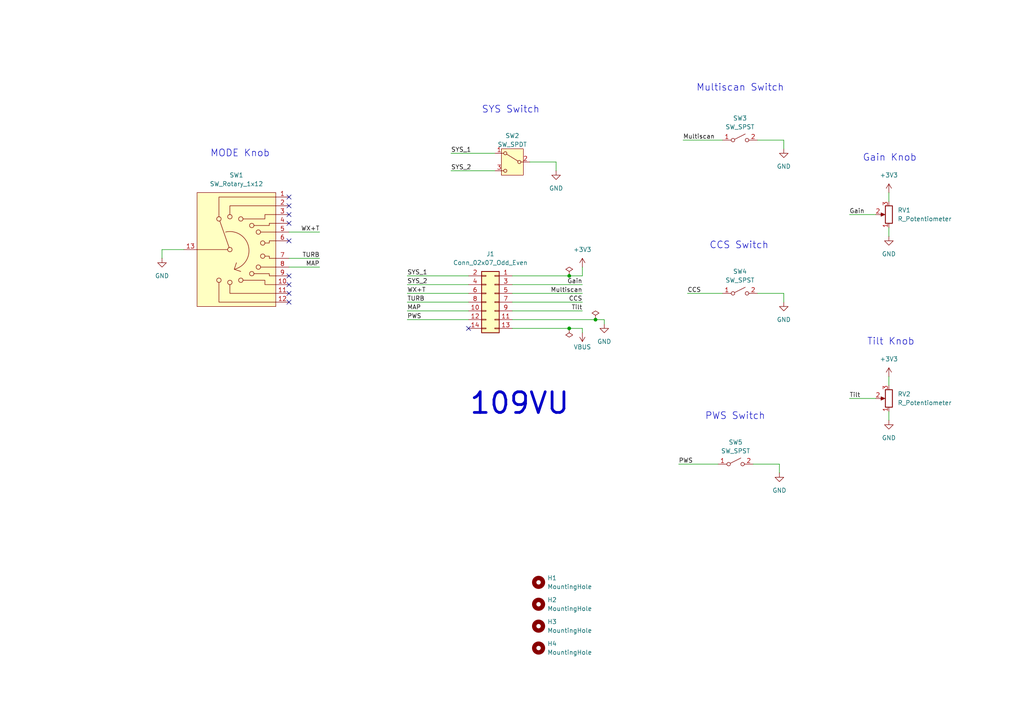
<source format=kicad_sch>
(kicad_sch (version 20231120) (generator "eeschema") (generator_version "8.0")
  (paper "A4")
  (title_block (title "109VU") (date "2024-01-18") (rev "0.2"))
  (lib_symbols
    (symbol "+3V3_1" (power) (pin_numbers hide) (pin_names (offset 0) hide)
      (property "Value" "+3V3" (at 0 3.556 0))
      (symbol "+3V3_1_0_1"
        (polyline (pts (xy -0.762 1.27) (xy 0 2.54)))
        (polyline (pts (xy 0 0) (xy 0 2.54)))
        (polyline (pts (xy 0 2.54) (xy 0.762 1.27)))
      )
      (symbol "+3V3_1_1_1"
        (pin power_in line (at 0 0 90) (length 0) (name "~") (number "1"))
      )
    )
    (symbol "Connector_Generic:Conn_02x07_Odd_Even" (pin_names (offset 1.016) hide)
      (property "Reference" "J" (at 1.27 10.16 0))
      (property "Value" "Conn_02x07_Odd_Even" (at 1.27 -10.16 0))
      (symbol "Conn_02x07_Odd_Even_1_1"
        (rectangle (start -1.27 -7.493) (end 0 -7.747) (stroke (width 0.1524)))
        (rectangle (start -1.27 -4.953) (end 0 -5.207) (stroke (width 0.1524)))
        (rectangle (start -1.27 -2.413) (end 0 -2.667) (stroke (width 0.1524)))
        (rectangle (start -1.27 0.127) (end 0 -0.127) (stroke (width 0.1524)))
        (rectangle (start -1.27 2.667) (end 0 2.413) (stroke (width 0.1524)))
        (rectangle (start -1.27 5.207) (end 0 4.953) (stroke (width 0.1524)))
        (rectangle (start -1.27 7.747) (end 0 7.493) (stroke (width 0.1524)))
        (rectangle (start -1.27 8.89) (end 3.81 -8.89) (stroke (width 0.254)) (fill (type background)))
        (rectangle (start 3.81 -7.493) (end 2.54 -7.747) (stroke (width 0.1524)))
        (rectangle (start 3.81 -4.953) (end 2.54 -5.207) (stroke (width 0.1524)))
        (rectangle (start 3.81 -2.413) (end 2.54 -2.667) (stroke (width 0.1524)))
        (rectangle (start 3.81 0.127) (end 2.54 -0.127) (stroke (width 0.1524)))
        (rectangle (start 3.81 2.667) (end 2.54 2.413) (stroke (width 0.1524)))
        (rectangle (start 3.81 5.207) (end 2.54 4.953) (stroke (width 0.1524)))
        (rectangle (start 3.81 7.747) (end 2.54 7.493) (stroke (width 0.1524)))
        (pin passive line (at -5.08 7.62 0) (length 3.81) (name "Pin_1") (number "1"))
        (pin passive line (at 7.62 -2.54 180) (length 3.81) (name "Pin_10") (number "10"))
        (pin passive line (at -5.08 -5.08 0) (length 3.81) (name "Pin_11") (number "11"))
        (pin passive line (at 7.62 -5.08 180) (length 3.81) (name "Pin_12") (number "12"))
        (pin passive line (at -5.08 -7.62 0) (length 3.81) (name "Pin_13") (number "13"))
        (pin passive line (at 7.62 -7.62 180) (length 3.81) (name "Pin_14") (number "14"))
        (pin passive line (at 7.62 7.62 180) (length 3.81) (name "Pin_2") (number "2"))
        (pin passive line (at -5.08 5.08 0) (length 3.81) (name "Pin_3") (number "3"))
        (pin passive line (at 7.62 5.08 180) (length 3.81) (name "Pin_4") (number "4"))
        (pin passive line (at -5.08 2.54 0) (length 3.81) (name "Pin_5") (number "5"))
        (pin passive line (at 7.62 2.54 180) (length 3.81) (name "Pin_6") (number "6"))
        (pin passive line (at -5.08 0 0) (length 3.81) (name "Pin_7") (number "7"))
        (pin passive line (at 7.62 0 180) (length 3.81) (name "Pin_8") (number "8"))
        (pin passive line (at -5.08 -2.54 0) (length 3.81) (name "Pin_9") (number "9"))
      )
    )
    (symbol "Device:R_Potentiometer" (pin_names (offset 1.016) hide)
      (property "Reference" "RV" (at -4.445 0 90))
      (property "Value" "R_Potentiometer" (at -2.54 0 90))
      (symbol "R_Potentiometer_0_1"
        (polyline (pts (xy 2.54 0) (xy 1.524 0)))
        (polyline (pts (xy 1.143 0) (xy 2.286 0.508) (xy 2.286 -0.508) (xy 1.143 0)) (fill (type outline)))
        (rectangle (start 1.016 2.54) (end -1.016 -2.54) (stroke (width 0.254)))
      )
      (symbol "R_Potentiometer_1_1"
        (pin passive line (at 0 3.81 270) (length 1.27) (name "1") (number "1"))
        (pin passive line (at 3.81 0 180) (length 1.27) (name "2") (number "2"))
        (pin passive line (at 0 -3.81 90) (length 1.27) (name "3") (number "3"))
      )
    )
    (symbol "GND_1" (power) (pin_numbers hide) (pin_names (offset 0) hide)
      (property "Value" "GND" (at 0 -3.81 0))
      (symbol "GND_1_0_1"
        (polyline (pts (xy 0 0) (xy 0 -1.27) (xy 1.27 -1.27) (xy 0 -2.54) (xy -1.27 -1.27) (xy 0 -1.27)))
      )
      (symbol "GND_1_1_1"
        (pin power_in line (at 0 0 270) (length 0) (name "~") (number "1"))
      )
    )
    (symbol "Mechanical:MountingHole" (pin_names (offset 1.016))
      (property "Reference" "H" (at 0 5.08 0))
      (property "Value" "MountingHole" (at 0 3.175 0))
      (symbol "MountingHole_0_1"
        (circle (center 0 0) (radius 1.27) (stroke (width 1.27)))
      )
    )
    (symbol "Switch:SW_Rotary_1x12" (pin_names (offset 1.016) hide)
      (property "Reference" "SW" (at 0 17.78 0))
      (property "Value" "SW_Rotary_1x12" (at 0 -17.78 0))
      (symbol "SW_Rotary_1x12_0_0"
        (circle (center -5.08 -8.89) (radius 0.635))
        (circle (center -5.08 8.89) (radius 0.635))
        (circle (center -1.905 -9.525) (radius 0.635))
        (circle (center -1.905 0) (radius 0.635))
        (circle (center -1.905 9.525) (radius 0.635))
        (arc (start -0.635 -5.715) (mid 3.4777 0.949) (end -3.175 5.08))
        (polyline (pts (xy -2.1336 0.6096) (xy -4.826 8.2804)))
        (polyline (pts (xy -0.635 -5.715) (xy 0 -3.81)))
        (polyline (pts (xy -0.635 -5.715) (xy 1.27 -6.35)))
        (polyline (pts (xy 6.985 -5.08) (xy 11.43 -5.08)))
        (polyline (pts (xy 6.985 5.08) (xy 11.43 5.08)))
        (polyline (pts (xy -5.08 -9.525) (xy -5.08 -15.24) (xy 11.43 -15.24)))
        (polyline (pts (xy -5.08 9.525) (xy -5.08 15.24) (xy 11.43 15.24)))
        (polyline (pts (xy -1.905 -10.16) (xy -1.905 -12.7) (xy 11.43 -12.7)))
        (polyline (pts (xy -1.905 10.16) (xy -1.905 12.7) (xy 11.43 12.7)))
        (polyline (pts (xy 1.905 -8.89) (xy 8.255 -8.89) (xy 8.255 -10.16) (xy 11.43 -10.16)))
        (polyline (pts (xy 1.905 8.89) (xy 8.255 8.89) (xy 8.255 10.16) (xy 11.43 10.16)))
        (polyline (pts (xy 5.08 -6.985) (xy 9.525 -6.985) (xy 9.525 -7.62) (xy 11.43 -7.62)))
        (polyline (pts (xy 5.08 6.985) (xy 9.525 6.985) (xy 9.525 7.62) (xy 11.43 7.62)))
        (polyline (pts (xy 8.255 -1.905) (xy 9.525 -1.905) (xy 9.525 -2.54) (xy 11.43 -2.54)))
        (polyline (pts (xy 8.255 1.905) (xy 9.525 1.905) (xy 9.525 2.54) (xy 11.43 2.54)))
        (circle (center 1.27 -8.89) (radius 0.635))
        (circle (center 1.27 8.89) (radius 0.635))
        (circle (center 4.445 -6.985) (radius 0.635))
        (circle (center 4.445 6.985) (radius 0.635))
        (circle (center 6.35 -5.08) (radius 0.635))
        (circle (center 6.35 5.08) (radius 0.635))
        (circle (center 7.62 -1.905) (radius 0.635))
        (circle (center 7.62 1.905) (radius 0.635))
      )
      (symbol "SW_Rotary_1x12_1_1"
        (rectangle (start -11.43 16.51) (end 11.43 -16.51) (fill (type background)))
        (polyline (pts (xy -11.43 0) (xy -2.54 0)))
        (pin passive line (at 15.24 15.24 180) (length 3.81) (name "1") (number "1"))
        (pin passive line (at 15.24 -10.16 180) (length 3.81) (name "10") (number "10"))
        (pin passive line (at 15.24 -12.7 180) (length 3.81) (name "11") (number "11"))
        (pin passive line (at 15.24 -15.24 180) (length 3.81) (name "12") (number "12"))
        (pin passive line (at -15.24 0 0) (length 3.81) (name "13") (number "13"))
        (pin passive line (at 15.24 12.7 180) (length 3.81) (name "2") (number "2"))
        (pin passive line (at 15.24 10.16 180) (length 3.81) (name "3") (number "3"))
        (pin passive line (at 15.24 7.62 180) (length 3.81) (name "4") (number "4"))
        (pin passive line (at 15.24 5.08 180) (length 3.81) (name "5") (number "5"))
        (pin passive line (at 15.24 2.54 180) (length 3.81) (name "6") (number "6"))
        (pin passive line (at 15.24 -2.54 180) (length 3.81) (name "7") (number "7"))
        (pin passive line (at 15.24 -5.08 180) (length 3.81) (name "8") (number "8"))
        (pin passive line (at 15.24 -7.62 180) (length 3.81) (name "9") (number "9"))
      )
    )
    (symbol "Switch:SW_SPDT" (pin_names (offset 0) hide)
      (property "Reference" "SW" (at 0 5.08 0))
      (property "Value" "SW_SPDT" (at 0 -5.08 0))
      (symbol "SW_SPDT_0_1"
        (circle (center -2.032 0) (radius 0.4572))
        (polyline (pts (xy -1.651 0.254) (xy 1.651 2.286)))
        (circle (center 2.032 -2.54) (radius 0.4572))
        (circle (center 2.032 2.54) (radius 0.4572))
      )
      (symbol "SW_SPDT_1_1"
        (rectangle (start -3.175 3.81) (end 3.175 -3.81) (fill (type background)))
        (pin passive line (at 5.08 2.54 180) (length 2.54) (name "A") (number "1"))
        (pin passive line (at -5.08 0 0) (length 2.54) (name "B") (number "2"))
        (pin passive line (at 5.08 -2.54 180) (length 2.54) (name "C") (number "3"))
      )
    )
    (symbol "Switch:SW_SPST" (pin_names (offset 0) hide)
      (property "Reference" "SW" (at 0 3.175 0))
      (property "Value" "SW_SPST" (at 0 -2.54 0))
      (symbol "SW_SPST_0_0"
        (circle (center -2.032 0) (radius 0.508))
        (polyline (pts (xy -1.524 0.254) (xy 1.524 1.778)))
        (circle (center 2.032 0) (radius 0.508))
      )
      (symbol "SW_SPST_1_1"
        (pin passive line (at -5.08 0 0) (length 2.54) (name "A") (number "1"))
        (pin passive line (at 5.08 0 180) (length 2.54) (name "B") (number "2"))
      )
    )
    (symbol "power:+3V3" (power) (pin_numbers hide) (pin_names (offset 0) hide)
      (property "Value" "+3V3" (at 0 3.556 0))
      (symbol "+3V3_0_1"
        (polyline (pts (xy -0.762 1.27) (xy 0 2.54)))
        (polyline (pts (xy 0 0) (xy 0 2.54)))
        (polyline (pts (xy 0 2.54) (xy 0.762 1.27)))
      )
      (symbol "+3V3_1_1"
        (pin power_in line (at 0 0 90) (length 0) (name "~") (number "1"))
      )
    )
    (symbol "power:GND" (power) (pin_numbers hide) (pin_names (offset 0) hide)
      (property "Value" "GND" (at 0 -3.81 0))
      (symbol "GND_0_1"
        (polyline (pts (xy 0 0) (xy 0 -1.27) (xy 1.27 -1.27) (xy 0 -2.54) (xy -1.27 -1.27) (xy 0 -1.27)))
      )
      (symbol "GND_1_1"
        (pin power_in line (at 0 0 270) (length 0) (name "~") (number "1"))
      )
    )
    (symbol "power:PWR_FLAG" (power) (pin_numbers hide) (pin_names (offset 0) hide)
      (property "Value" "PWR_FLAG" (at 0 3.81 0))
      (symbol "PWR_FLAG_0_0"
        (pin power_out line (at 0 0 90) (length 0) (name "~") (number "1"))
      )
      (symbol "PWR_FLAG_0_1"
        (polyline (pts (xy 0 0) (xy 0 1.27) (xy -1.016 1.905) (xy 0 2.54) (xy 1.016 1.905) (xy 0 1.27)))
      )
    )
    (symbol "power:VBUS" (power) (pin_numbers hide) (pin_names (offset 0) hide)
      (property "Value" "VBUS" (at 0 3.556 0))
      (symbol "VBUS_0_1"
        (polyline (pts (xy -0.762 1.27) (xy 0 2.54)))
        (polyline (pts (xy 0 0) (xy 0 2.54)))
        (polyline (pts (xy 0 2.54) (xy 0.762 1.27)))
      )
      (symbol "VBUS_1_1"
        (pin power_in line (at 0 0 90) (length 0) (name "~") (number "1"))
      )
    )
  )
  (junction (at 165.1 95.25))
  (junction (at 165.1 80.01))
  (junction (at 172.72 92.71))
  (no_connect (at 135.89 95.25))
  (no_connect (at 83.82 69.85))
  (no_connect (at 83.82 80.01))
  (no_connect (at 83.82 62.23))
  (no_connect (at 83.82 82.55))
  (no_connect (at 83.82 59.69))
  (no_connect (at 83.82 64.77))
  (no_connect (at 83.82 57.15))
  (no_connect (at 83.82 85.09))
  (no_connect (at 83.82 87.63))
  (wire (pts (xy 148.59 90.17) (xy 168.91 90.17)))
  (wire (pts (xy 257.81 55.88) (xy 257.81 58.42)))
  (wire (pts (xy 118.11 90.17) (xy 135.89 90.17)))
  (wire (pts (xy 227.33 85.09) (xy 227.33 87.63)))
  (wire (pts (xy 148.59 85.09) (xy 168.91 85.09)))
  (wire (pts (xy 219.71 40.64) (xy 227.33 40.64)))
  (wire (pts (xy 172.72 92.71) (xy 175.26 92.71)))
  (wire (pts (xy 118.11 82.55) (xy 135.89 82.55)))
  (wire (pts (xy 118.11 92.71) (xy 135.89 92.71)))
  (wire (pts (xy 257.81 119.38) (xy 257.81 121.92)))
  (wire (pts (xy 175.26 92.71) (xy 175.26 93.98)))
  (wire (pts (xy 118.11 87.63) (xy 135.89 87.63)))
  (wire (pts (xy 198.12 40.64) (xy 209.55 40.64)))
  (wire (pts (xy 83.82 74.93) (xy 92.71 74.93)))
  (wire (pts (xy 148.59 82.55) (xy 168.91 82.55)))
  (wire (pts (xy 118.11 80.01) (xy 135.89 80.01)))
  (wire (pts (xy 165.1 95.25) (xy 168.91 95.25)))
  (wire (pts (xy 168.91 96.52) (xy 168.91 95.25)))
  (wire (pts (xy 130.81 49.53) (xy 143.51 49.53)))
  (wire (pts (xy 218.44 134.62) (xy 226.06 134.62)))
  (wire (pts (xy 130.81 44.45) (xy 143.51 44.45)))
  (wire (pts (xy 226.06 134.62) (xy 226.06 137.16)))
  (wire (pts (xy 165.1 80.01) (xy 168.91 80.01)))
  (wire (pts (xy 161.29 46.99) (xy 161.29 49.53)))
  (wire (pts (xy 246.38 115.57) (xy 254 115.57)))
  (wire (pts (xy 246.38 62.23) (xy 254 62.23)))
  (wire (pts (xy 148.59 95.25) (xy 165.1 95.25)))
  (wire (pts (xy 168.91 77.47) (xy 168.91 80.01)))
  (wire (pts (xy 46.99 72.39) (xy 53.34 72.39)))
  (wire (pts (xy 83.82 77.47) (xy 92.71 77.47)))
  (wire (pts (xy 148.59 80.01) (xy 165.1 80.01)))
  (wire (pts (xy 148.59 92.71) (xy 172.72 92.71)))
  (wire (pts (xy 196.85 134.62) (xy 208.28 134.62)))
  (wire (pts (xy 148.59 87.63) (xy 168.91 87.63)))
  (wire (pts (xy 257.81 109.22) (xy 257.81 111.76)))
  (wire (pts (xy 199.39 85.09) (xy 209.55 85.09)))
  (wire (pts (xy 83.82 67.31) (xy 92.71 67.31)))
  (wire (pts (xy 46.99 72.39) (xy 46.99 74.93)))
  (wire (pts (xy 219.71 85.09) (xy 227.33 85.09)))
  (wire (pts (xy 118.11 85.09) (xy 135.89 85.09)))
  (wire (pts (xy 153.67 46.99) (xy 161.29 46.99)))
  (wire (pts (xy 257.81 66.04) (xy 257.81 68.58)))
  (wire (pts (xy 227.33 40.64) (xy 227.33 43.18)))
  (text "Multiscan Switch" (at 201.93 26.67 0) (effects (font (size 2 2)) (justify left bottom)))
  (text "Gain Knob" (at 250.19 46.99 0) (effects (font (size 2 2)) (justify left bottom)))
  (text "MODE Knob" (at 60.96 45.72 0) (effects (font (size 2 2)) (justify left bottom)))
  (text "SYS Switch" (at 139.7 33.02 0) (effects (font (size 2 2)) (justify left bottom)))
  (text "PWS Switch" (at 204.47 121.92 0) (effects (font (size 2 2)) (justify left bottom)))
  (text "109VU" (at 135.89 120.65 0) (effects (font (size 6 6) (thickness 0.8) (bold yes)) (justify left bottom)))
  (text "Tilt Knob" (at 251.46 100.33 0) (effects (font (size 2 2)) (justify left bottom)))
  (text "CCS Switch" (at 205.74 72.39 0) (effects (font (size 2 2)) (justify left bottom)))
  (label "SYS_1" (at 118.11 80.01 0))
  (label "Multiscan" (at 168.91 85.09 180))
  (label "MAP" (at 92.71 77.47 180))
  (label "Tilt" (at 168.91 90.17 180))
  (label "TURB" (at 118.11 87.63 0))
  (label "CCS" (at 199.39 85.09 0))
  (label "PWS" (at 118.11 92.71 0))
  (label "Tilt" (at 246.38 115.57 0))
  (label "WX+T" (at 92.71 67.31 180))
  (label "SYS_1" (at 130.81 44.45 0))
  (label "CCS" (at 168.91 87.63 180))
  (label "Multiscan" (at 198.12 40.64 0))
  (label "PWS" (at 196.85 134.62 0))
  (label "WX+T" (at 118.11 85.09 0))
  (label "TURB" (at 92.71 74.93 180))
  (label "MAP" (at 118.11 90.17 0))
  (label "Gain" (at 168.91 82.55 180))
  (label "Gain" (at 246.38 62.23 0))
  (label "SYS_2" (at 130.81 49.53 0))
  (label "SYS_2" (at 118.11 82.55 0))
  (symbol (lib_name "GND_1") (lib_id "power:GND") (at 226.06 137.16 0) (unit 1)
    (property "Reference" "#PWR04" (effects (hide yes)))
    (property "Value" "GND" (at 226.06 142.24 0))
    (property "Description" "Power symbol creates a global label with name \"GND\" , ground" (effects (hide yes)))
  )
  (symbol (lib_name "+3V3_1") (lib_id "power:+3V3") (at 168.91 77.47 0) (unit 1)
    (property "Reference" "#PWR014" (effects (hide yes)))
    (property "Value" "+3V3" (at 168.91 72.39 0))
    (property "Description" "Power symbol creates a global label with name \"+3V3\"" (effects (hide yes)))
  )
  (symbol (lib_id "power:+3V3") (at 257.81 109.22 0) (unit 1)
    (property "Reference" "#PWR027" (effects (hide yes)))
    (property "Value" "+3V3" (at 257.81 104.14 0))
    (property "Description" "Power symbol creates a global label with name \"+3V3\"" (effects (hide yes)))
  )
  (symbol (lib_name "GND_1") (lib_id "power:GND") (at 227.33 87.63 0) (unit 1)
    (property "Reference" "#PWR01" (effects (hide yes)))
    (property "Value" "GND" (at 227.33 92.71 0))
    (property "Description" "Power symbol creates a global label with name \"GND\" , ground" (effects (hide yes)))
  )
  (symbol (lib_id "power:PWR_FLAG") (at 165.1 95.25 180) (unit 1)
    (property "Reference" "#FLG03" (effects (hide yes)))
    (property "Value" "PWR_FLAG" (effects (hide yes)))
    (property "Description" "Special symbol for telling ERC where power comes from" (effects (hide yes)))
  )
  (symbol (lib_name "GND_1") (lib_id "power:GND") (at 161.29 49.53 0) (unit 1)
    (property "Reference" "#PWR06" (effects (hide yes)))
    (property "Value" "GND" (at 161.29 54.61 0))
    (property "Description" "Power symbol creates a global label with name \"GND\" , ground" (effects (hide yes)))
  )
  (symbol (lib_id "Connector_Generic:Conn_02x07_Odd_Even") (at 143.51 87.63 0) (mirror y) (unit 1)
    (property "Reference" "J1" (at 142.24 73.66 0))
    (property "Value" "Conn_02x07_Odd_Even" (at 142.24 76.2 0))
    (property "Footprint" "Connector_IDC:IDC-Header_2x07_P2.54mm_Vertical" (effects (hide yes)))
  )
  (symbol (lib_id "power:PWR_FLAG") (at 172.72 92.71 0) (unit 1)
    (property "Reference" "#FLG02" (effects (hide yes)))
    (property "Value" "PWR_FLAG" (effects (hide yes)))
    (property "Description" "Special symbol for telling ERC where power comes from" (effects (hide yes)))
  )
  (symbol (lib_id "Switch:SW_Rotary_1x12") (at 68.58 72.39 0) (unit 1)
    (property "Reference" "SW1" (at 68.58 50.8 0))
    (property "Value" "SW_Rotary_1x12" (at 68.58 53.34 0))
    (property "Footprint" "NiasStuff:C&K_Rotary_Switches" (effects (hide yes)))
    (property "Datasheet" "https://www.mouser.de/datasheet/2/240/arotary-3050724.pdf" (effects (hide yes)))
    (property "JLCPCB Part" "N/A" (effects (hide yes)))
    (property "Manufracturer" "C&K" (effects (hide yes)))
    (property "Manufracturer Part Number" "A12505RNZQ " (effects (hide yes)))
  )
  (symbol (lib_id "Mechanical:MountingHole") (at 156.21 187.96 0) (unit 1) (in_bom no)
    (property "Reference" "H4" (at 158.75 186.69 0) (effects (justify left)))
    (property "Value" "MountingHole" (at 158.75 189.23 0) (effects (justify left)))
    (property "Footprint" "MountingHole:MountingHole_2.2mm_M2" (effects (hide yes)))
  )
  (symbol (lib_id "Device:R_Potentiometer") (at 257.81 62.23 180) (unit 1)
    (property "Reference" "RV1" (at 260.35 60.96 0) (effects (justify right)))
    (property "Value" "R_Potentiometer" (at 260.35 63.5 0) (effects (justify right)))
    (property "Footprint" "NiasStuff:Potentiometer_Alps_RK09L_Double_Vertical" (effects (hide yes)))
    (property "Datasheet" "https://datasheet.lcsc.com/lcsc/1912111437_ALPSALPINE-RK09L1240A12_C380211.pdf" (effects (hide yes)))
    (property "Manufracturer" "ALPSALPINE" (effects (hide yes)))
    (property "Manufracturer Part Number" "RK09L1240A12" (effects (hide yes)))
    (property "JLCPCB Part" "C380211" (effects (hide yes)))
  )
  (symbol (lib_id "power:GND") (at 257.81 68.58 0) (unit 1)
    (property "Reference" "#PWR026" (effects (hide yes)))
    (property "Value" "GND" (at 257.81 73.66 0))
    (property "Description" "Power symbol creates a global label with name \"GND\" , ground" (effects (hide yes)))
  )
  (symbol (lib_id "power:+3V3") (at 257.81 55.88 0) (unit 1)
    (property "Reference" "#PWR025" (effects (hide yes)))
    (property "Value" "+3V3" (at 257.81 50.8 0))
    (property "Description" "Power symbol creates a global label with name \"+3V3\"" (effects (hide yes)))
  )
  (symbol (lib_id "power:GND") (at 257.81 121.92 0) (unit 1)
    (property "Reference" "#PWR028" (effects (hide yes)))
    (property "Value" "GND" (at 257.81 127 0))
    (property "Description" "Power symbol creates a global label with name \"GND\" , ground" (effects (hide yes)))
  )
  (symbol (lib_id "power:PWR_FLAG") (at 165.1 80.01 0) (unit 1)
    (property "Reference" "#FLG01" (effects (hide yes)))
    (property "Value" "PWR_FLAG" (effects (hide yes)))
    (property "Description" "Special symbol for telling ERC where power comes from" (effects (hide yes)))
  )
  (symbol (lib_name "GND_1") (lib_id "power:GND") (at 227.33 43.18 0) (unit 1)
    (property "Reference" "#PWR03" (effects (hide yes)))
    (property "Value" "GND" (at 227.33 48.26 0))
    (property "Description" "Power symbol creates a global label with name \"GND\" , ground" (effects (hide yes)))
  )
  (symbol (lib_id "Mechanical:MountingHole") (at 156.21 181.61 0) (unit 1) (in_bom no)
    (property "Reference" "H3" (at 158.75 180.34 0) (effects (justify left)))
    (property "Value" "MountingHole" (at 158.75 182.88 0) (effects (justify left)))
    (property "Footprint" "MountingHole:MountingHole_2.2mm_M2" (effects (hide yes)))
  )
  (symbol (lib_id "Switch:SW_SPST") (at 214.63 85.09 0) (unit 1)
    (property "Reference" "SW4" (at 214.63 78.74 0))
    (property "Value" "SW_SPST" (at 214.63 81.28 0))
    (property "Footprint" "NiasStuff:SW_SPDT_YUEN-FUNG_MT-0-102-A101-M200-RS" (effects (hide yes)))
    (property "Datasheet" "https://www.lcsc.com/datasheet/lcsc_datasheet_2307200931_YUEN-FUNG-MT-0-103-A101-M200-RS_C1788493.pdf" (effects (hide yes)))
    (property "JLCPCB Part" "C1788492" (effects (hide yes)))
    (property "Manufracturer" "YUEN FUNG" (effects (hide yes)))
    (property "Manufracturer Part Number" "MT-0-102-A101-M200-RS" (effects (hide yes)))
  )
  (symbol (lib_id "Switch:SW_SPDT") (at 148.59 46.99 0) (mirror y) (unit 1)
    (property "Reference" "SW2" (at 148.59 39.37 0))
    (property "Value" "SW_SPDT" (at 148.59 41.91 0))
    (property "Footprint" "NiasStuff:SW_SPDT_YUEN-FUNG_MT-0-102-A101-M200-RS" (effects (hide yes)))
    (property "Description" "Switch, single pole double throw" (effects (hide yes)))
    (property "JLCPCB Part" "C1788493" (effects (hide yes)))
    (property "Manufracturer" "YUEN FUNG" (effects (hide yes)))
    (property "Manufracturer Part Number" "MT-0-103-A101-M200-RS" (effects (hide yes)))
  )
  (symbol (lib_name "GND_1") (lib_id "power:GND") (at 175.26 93.98 0) (unit 1)
    (property "Reference" "#PWR015" (effects (hide yes)))
    (property "Value" "GND" (at 175.26 99.06 0))
    (property "Description" "Power symbol creates a global label with name \"GND\" , ground" (effects (hide yes)))
  )
  (symbol (lib_id "Mechanical:MountingHole") (at 156.21 175.26 0) (unit 1) (in_bom no)
    (property "Reference" "H2" (at 158.75 173.99 0) (effects (justify left)))
    (property "Value" "MountingHole" (at 158.75 176.53 0) (effects (justify left)))
    (property "Footprint" "MountingHole:MountingHole_2.2mm_M2" (effects (hide yes)))
  )
  (symbol (lib_id "Mechanical:MountingHole") (at 156.21 168.91 0) (unit 1) (in_bom no)
    (property "Reference" "H1" (at 158.75 167.64 0) (effects (justify left)))
    (property "Value" "MountingHole" (at 158.75 170.18 0) (effects (justify left)))
    (property "Footprint" "MountingHole:MountingHole_2.2mm_M2" (effects (hide yes)))
  )
  (symbol (lib_id "Switch:SW_SPST") (at 213.36 134.62 0) (unit 1)
    (property "Reference" "SW5" (at 213.36 128.27 0))
    (property "Value" "SW_SPST" (at 213.36 130.81 0))
    (property "Footprint" "NiasStuff:SW_SPDT_YUEN-FUNG_MT-0-102-A101-M200-RS" (effects (hide yes)))
    (property "Datasheet" "https://www.lcsc.com/datasheet/lcsc_datasheet_2307200931_YUEN-FUNG-MT-0-103-A101-M200-RS_C1788493.pdf" (effects (hide yes)))
    (property "JLCPCB Part" "C1788492" (effects (hide yes)))
    (property "Manufracturer" "YUEN FUNG" (effects (hide yes)))
    (property "Manufracturer Part Number" "MT-0-102-A101-M200-RS" (effects (hide yes)))
  )
  (symbol (lib_id "Device:R_Potentiometer") (at 257.81 115.57 180) (unit 1)
    (property "Reference" "RV2" (at 260.35 114.3 0) (effects (justify right)))
    (property "Value" "R_Potentiometer" (at 260.35 116.84 0) (effects (justify right)))
    (property "Footprint" "NiasStuff:Potentiometer_Alps_RK09L_Double_Vertical" (effects (hide yes)))
    (property "Datasheet" "https://datasheet.lcsc.com/lcsc/1912111437_ALPSALPINE-RK09L1240A12_C380211.pdf" (effects (hide yes)))
    (property "Manufracturer" "ALPSALPINE" (effects (hide yes)))
    (property "Manufracturer Part Number" "RK09L1240A12" (effects (hide yes)))
    (property "JLCPCB Part" "C380211" (effects (hide yes)))
  )
  (symbol (lib_name "GND_1") (lib_id "power:GND") (at 46.99 74.93 0) (unit 1)
    (property "Reference" "#PWR07" (effects (hide yes)))
    (property "Value" "GND" (at 46.99 80.01 0))
    (property "Description" "Power symbol creates a global label with name \"GND\" , ground" (effects (hide yes)))
  )
  (symbol (lib_id "power:VBUS") (at 168.91 96.52 180) (unit 1)
    (property "Reference" "#PWR05" (effects (hide yes)))
    (property "Value" "VBUS" (at 168.91 100.6531 0))
    (property "Description" "Power symbol creates a global label with name \"VBUS\"" (effects (hide yes)))
  )
  (symbol (lib_id "Switch:SW_SPST") (at 214.63 40.64 0) (unit 1)
    (property "Reference" "SW3" (at 214.63 34.29 0))
    (property "Value" "SW_SPST" (at 214.63 36.83 0))
    (property "Footprint" "NiasStuff:SW_SPDT_YUEN-FUNG_MT-0-102-A101-M200-RS" (effects (hide yes)))
    (property "Datasheet" "https://www.lcsc.com/datasheet/lcsc_datasheet_2307200931_YUEN-FUNG-MT-0-103-A101-M200-RS_C1788493.pdf" (effects (hide yes)))
    (property "JLCPCB Part" "C1788492" (effects (hide yes)))
    (property "Manufracturer" "YUEN FUNG" (effects (hide yes)))
    (property "Manufracturer Part Number" "MT-0-102-A101-M200-RS" (effects (hide yes)))
  )
)
</source>
